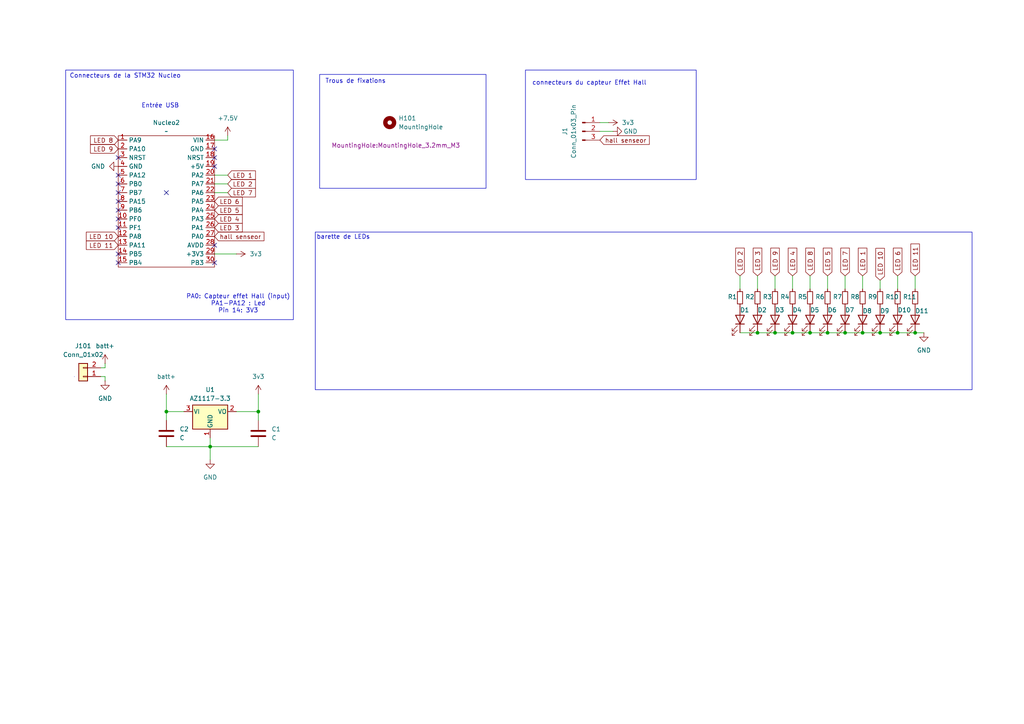
<source format=kicad_sch>
(kicad_sch (version 20250114) (generator "eeschema") (generator_version "9.0")
  (paper "A4")
  (title_block (title "PCB horloge à persistance rétinienne") (date "06/03/2005") (rev "1") (company "ENSEA") (comment 1 "LEPETIT - WOLFF"))
  (lib_symbols
    (symbol "Connector:Conn_01x03_Pin" (pin_names (offset 1.016) (hide yes))
      (property "Reference" "J" (at 0 5.08 0))
      (property "Value" "Conn_01x03_Pin" (at 0 -5.08 0))
      (symbol "Conn_01x03_Pin_1_1"
        (rectangle (start 0.8636 2.667) (end 0 2.413) (stroke (width 0.1524)) (fill (type outline)))
        (rectangle (start 0.8636 0.127) (end 0 -0.127) (stroke (width 0.1524)) (fill (type outline)))
        (rectangle (start 0.8636 -2.413) (end 0 -2.667) (stroke (width 0.1524)) (fill (type outline)))
        (polyline (pts (xy 1.27 2.54) (xy 0.8636 2.54)) (stroke (width 0.1524)))
        (polyline (pts (xy 1.27 0) (xy 0.8636 0)) (stroke (width 0.1524)))
        (polyline (pts (xy 1.27 -2.54) (xy 0.8636 -2.54)) (stroke (width 0.1524)))
        (pin passive line (at 5.08 2.54 180) (length 3.81) (name "Pin_1") (number "1"))
        (pin passive line (at 5.08 0 180) (length 3.81) (name "Pin_2") (number "2"))
        (pin passive line (at 5.08 -2.54 180) (length 3.81) (name "Pin_3") (number "3"))
      )
    )
    (symbol "Connector_Generic:Conn_01x02" (pin_names (offset 1.016) (hide yes))
      (property "Reference" "J" (at 0 2.54 0))
      (property "Value" "Conn_01x02" (at 0 -5.08 0))
      (symbol "Conn_01x02_1_1"
        (rectangle (start -1.27 1.27) (end 1.27 -3.81) (stroke (width 0.254)) (fill (type background)))
        (rectangle (start -1.27 0.127) (end 0 -0.127) (stroke (width 0.1524)))
        (rectangle (start -1.27 -2.413) (end 0 -2.667) (stroke (width 0.1524)))
        (pin passive line (at -5.08 0 0) (length 3.81) (name "Pin_1") (number "1"))
        (pin passive line (at -5.08 -2.54 0) (length 3.81) (name "Pin_2") (number "2"))
      )
    )
    (symbol "Device:C" (pin_numbers (hide yes)) (pin_names (offset 0.254))
      (property "Reference" "C" (at 0.635 2.54 0))
      (property "Value" "C" (at 0.635 -2.54 0))
      (symbol "C_0_1"
        (polyline (pts (xy -2.032 0.762) (xy 2.032 0.762)) (stroke (width 0.508)))
        (polyline (pts (xy -2.032 -0.762) (xy 2.032 -0.762)) (stroke (width 0.508)))
      )
      (symbol "C_1_1"
        (pin passive line (at 0 3.81 270) (length 2.794) (name "~") (number "1"))
        (pin passive line (at 0 -3.81 90) (length 2.794) (name "~") (number "2"))
      )
    )
    (symbol "Device:LED" (pin_numbers (hide yes)) (pin_names (offset 1.016) (hide yes))
      (property "Reference" "D" (at 0 2.54 0))
      (property "Value" "LED" (at 0 -2.54 0))
      (symbol "LED_0_1"
        (polyline (pts (xy -3.048 -0.762) (xy -4.572 -2.286) (xy -3.81 -2.286) (xy -4.572 -2.286) (xy -4.572 -1.524)))
        (polyline (pts (xy -1.778 -0.762) (xy -3.302 -2.286) (xy -2.54 -2.286) (xy -3.302 -2.286) (xy -3.302 -1.524)))
        (polyline (pts (xy -1.27 0) (xy 1.27 0)))
        (polyline (pts (xy -1.27 -1.27) (xy -1.27 1.27)) (stroke (width 0.254)))
        (polyline (pts (xy 1.27 -1.27) (xy 1.27 1.27) (xy -1.27 0) (xy 1.27 -1.27)) (stroke (width 0.254)))
      )
      (symbol "LED_1_1"
        (pin passive line (at -3.81 0 0) (length 2.54) (name "K") (number "1"))
        (pin passive line (at 3.81 0 180) (length 2.54) (name "A") (number "2"))
      )
    )
    (symbol "Device:R_Small" (pin_numbers (hide yes)) (pin_names (offset 0.254) (hide yes))
      (property "Reference" "R" (at 0.762 0.508 0))
      (property "Value" "R_Small" (at 0.762 -1.016 0))
      (symbol "R_Small_0_1"
        (rectangle (start -0.762 1.778) (end 0.762 -1.778) (stroke (width 0.2032)))
      )
      (symbol "R_Small_1_1"
        (pin passive line (at 0 2.54 270) (length 0.762) (name "~") (number "1"))
        (pin passive line (at 0 -2.54 90) (length 0.762) (name "~") (number "2"))
      )
    )
    (symbol "Mechanical:MountingHole" (pin_names (offset 1.016)) (in_bom no)
      (property "Reference" "H" (at 0 5.08 0))
      (property "Value" "MountingHole" (at 0 3.175 0))
      (symbol "MountingHole_0_1"
        (circle (center 0 0) (radius 1.27) (stroke (width 1.27)))
      )
    )
    (symbol "Regulator_Linear:AZ1117-3.3" (pin_names (offset 0.254))
      (property "Reference" "U" (at -3.81 3.175 0))
      (property "Value" "AZ1117-3.3" (at 0 3.175 0))
      (symbol "AZ1117-3.3_0_1"
        (rectangle (start -5.08 1.905) (end 5.08 -5.08) (stroke (width 0.254)) (fill (type background)))
      )
      (symbol "AZ1117-3.3_1_1"
        (pin power_in line (at -7.62 0 0) (length 2.54) (name "VI") (number "3"))
        (pin power_in line (at 0 -7.62 90) (length 2.54) (name "GND") (number "1"))
        (pin power_out line (at 7.62 0 180) (length 2.54) (name "VO") (number "2"))
      )
    )
    (symbol "nucleo_1"
      (property "Reference" "Nucleo2" (at 8.89 15.24 0))
      (property "Value" "~" (at 8.89 12.7 0))
      (symbol "nucleo_1_0_1"
        (rectangle (start -5.08 11.43) (end 22.86 -26.67))
      )
      (symbol "nucleo_1_1_1"
        (pin bidirectional line (at -5.08 10.16 0) (length 2.54) (name "PA9") (number "1"))
        (pin bidirectional line (at -5.08 7.62 0) (length 2.54) (name "PA10") (number "2"))
        (pin bidirectional line (at -5.08 5.08 0) (length 2.54) (name "NRST") (number "3"))
        (pin bidirectional line (at -5.08 2.54 0) (length 2.54) (name "GND") (number "4"))
        (pin bidirectional line (at -5.08 0 0) (length 2.54) (name "PA12") (number "5"))
        (pin bidirectional line (at -5.08 -2.54 0) (length 2.54) (name "PB0") (number "6"))
        (pin bidirectional line (at -5.08 -5.08 0) (length 2.54) (name "PB7") (number "7"))
        (pin bidirectional line (at -5.08 -7.62 0) (length 2.54) (name "PA15") (number "8"))
        (pin bidirectional line (at -5.08 -10.16 0) (length 2.54) (name "PB6") (number "9"))
        (pin bidirectional line (at -5.08 -12.7 0) (length 2.54) (name "PF0") (number "10"))
        (pin bidirectional line (at -5.08 -15.24 0) (length 2.54) (name "PF1") (number "11"))
        (pin bidirectional line (at -5.08 -17.78 0) (length 2.54) (name "PA8") (number "12"))
        (pin bidirectional line (at -5.08 -20.32 0) (length 2.54) (name "PA11") (number "13"))
        (pin bidirectional line (at -5.08 -22.86 0) (length 2.54) (name "PB5") (number "14"))
        (pin bidirectional line (at -5.08 -25.4 0) (length 2.54) (name "PB4") (number "15"))
        (pin bidirectional line (at 22.86 10.16 180) (length 2.54) (name "VIN") (number "16"))
        (pin bidirectional line (at 22.86 7.62 180) (length 2.54) (name "GND") (number "17"))
        (pin bidirectional line (at 22.86 5.08 180) (length 2.54) (name "NRST") (number "18"))
        (pin bidirectional line (at 22.86 2.54 180) (length 2.54) (name "+5V") (number "19"))
        (pin bidirectional line (at 22.86 0 180) (length 2.54) (name "PA2") (number "20"))
        (pin bidirectional line (at 22.86 -2.54 180) (length 2.54) (name "PA7") (number "21"))
        (pin bidirectional line (at 22.86 -5.08 180) (length 2.54) (name "PA6") (number "22"))
        (pin bidirectional line (at 22.86 -7.62 180) (length 2.54) (name "PA5") (number "23"))
        (pin bidirectional line (at 22.86 -10.16 180) (length 2.54) (name "PA4") (number "24"))
        (pin bidirectional line (at 22.86 -12.7 180) (length 2.54) (name "PA3") (number "25"))
        (pin bidirectional line (at 22.86 -15.24 180) (length 2.54) (name "PA1") (number "26"))
        (pin bidirectional line (at 22.86 -17.78 180) (length 2.54) (name "PA0") (number "27"))
        (pin bidirectional line (at 22.86 -20.32 180) (length 2.54) (name "AVDD") (number "28"))
        (pin bidirectional line (at 22.86 -22.86 180) (length 2.54) (name "+3V3") (number "29"))
        (pin bidirectional line (at 22.86 -25.4 180) (length 2.54) (name "PB3") (number "30"))
      )
    )
    (symbol "power:+7.5V" (power) (pin_numbers (hide yes)) (pin_names (offset 0) (hide yes))
      (property "Value" "+7.5V" (at 0 3.556 0))
      (symbol "+7.5V_0_1"
        (polyline (pts (xy -0.762 1.27) (xy 0 2.54)))
        (polyline (pts (xy 0 2.54) (xy 0.762 1.27)))
        (polyline (pts (xy 0 0) (xy 0 2.54)))
      )
      (symbol "+7.5V_1_1"
        (pin power_in line (at 0 0 90) (length 0) (name "~") (number "1"))
      )
    )
    (symbol "power:GND" (power) (pin_numbers (hide yes)) (pin_names (offset 0) (hide yes))
      (property "Value" "GND" (at 0 -3.81 0))
      (symbol "GND_0_1"
        (polyline (pts (xy 0 0) (xy 0 -1.27) (xy 1.27 -1.27) (xy 0 -2.54) (xy -1.27 -1.27) (xy 0 -1.27)))
      )
      (symbol "GND_1_1"
        (pin power_in line (at 0 0 270) (length 0) (name "~") (number "1"))
      )
    )
  )
  (rectangle (start 152.4 20.32) (end 201.93 52.07))
  (rectangle (start 34.29 53.34) (end 34.29 53.34))
  (rectangle (start 19.05 20.32) (end 85.09 92.71))
  (rectangle (start 91.44 67.31) (end 281.94 113.03))
  (rectangle (start 21.59 109.22) (end 21.59 109.22))
  (rectangle (start 92.71 21.59) (end 140.97 54.61))
  (text "barette de LEDs" (at 99.568 68.834 0) (effects (font (size 1.27 1.27))))
  (text "connecteurs du capteur Effet Hall\n" (at 170.942 24.13 0) (effects (font (size 1.27 1.27))))
  (text "Entrée USB" (at 46.482 30.734 0) (effects (font (size 1.27 1.27))))
  (text "PA0: Capteur effet Hall (input)\nPA1-PA12 : Led\nPin 14: 3V3" (at 69.088 88.138 0) (effects (font (size 1.27 1.27))))
  (text "Trous de fixations\n\n" (at 103.124 24.638 0) (effects (font (size 1.27 1.27))))
  (text "Connecteurs de la STM32 Nucleo" (at 36.322 22.098 0) (effects (font (size 1.27 1.27))))
  (junction (at 234.95 96.52))
  (junction (at 250.19 96.52))
  (junction (at 265.43 96.52))
  (junction (at 219.71 96.52))
  (junction (at 60.96 129.54))
  (junction (at 48.26 119.38))
  (junction (at 224.79 96.52))
  (junction (at 240.03 96.52))
  (junction (at 245.11 96.52))
  (junction (at 255.27 96.52))
  (junction (at 229.87 96.52))
  (junction (at 260.35 96.52))
  (junction (at 74.93 119.38))
  (no_connect (at 34.29 55.88))
  (no_connect (at 34.29 50.8))
  (no_connect (at 48.26 55.88))
  (no_connect (at 62.23 43.18))
  (no_connect (at 62.23 71.12))
  (no_connect (at 34.29 63.5))
  (no_connect (at 62.23 76.2))
  (no_connect (at 62.23 45.72))
  (no_connect (at 34.29 66.04))
  (no_connect (at 34.29 53.34))
  (no_connect (at 62.23 48.26))
  (no_connect (at 34.29 45.72))
  (no_connect (at 34.29 73.66))
  (no_connect (at 34.29 60.96))
  (no_connect (at 34.29 58.42))
  (no_connect (at 34.29 76.2))
  (wire (pts (xy 245.11 96.52) (xy 250.19 96.52)))
  (wire (pts (xy 260.35 80.01) (xy 260.35 83.82)))
  (wire (pts (xy 219.71 96.52) (xy 224.79 96.52)))
  (wire (pts (xy 66.04 40.64) (xy 66.04 39.37)))
  (wire (pts (xy 245.11 80.01) (xy 245.11 83.82)))
  (wire (pts (xy 74.93 114.3) (xy 74.93 119.38)))
  (wire (pts (xy 229.87 80.01) (xy 229.87 83.82)))
  (wire (pts (xy 60.96 127) (xy 60.96 129.54)))
  (wire (pts (xy 173.99 35.56) (xy 176.53 35.56)))
  (wire (pts (xy 234.95 80.01) (xy 234.95 83.82)))
  (wire (pts (xy 224.79 96.52) (xy 229.87 96.52)))
  (wire (pts (xy 260.35 96.52) (xy 265.43 96.52)))
  (wire (pts (xy 240.03 80.01) (xy 240.03 83.82)))
  (wire (pts (xy 68.58 119.38) (xy 74.93 119.38)))
  (wire (pts (xy 234.95 96.52) (xy 240.03 96.52)))
  (wire (pts (xy 214.63 80.01) (xy 214.63 83.82)))
  (wire (pts (xy 66.04 53.34) (xy 62.23 53.34)))
  (wire (pts (xy 66.04 55.88) (xy 62.23 55.88)))
  (wire (pts (xy 30.48 110.49) (xy 30.48 109.22)))
  (wire (pts (xy 173.99 38.1) (xy 177.8 38.1)))
  (wire (pts (xy 219.71 80.01) (xy 219.71 83.82)))
  (wire (pts (xy 265.43 96.52) (xy 267.97 96.52)))
  (wire (pts (xy 29.21 106.68) (xy 30.48 106.68)))
  (wire (pts (xy 250.19 80.01) (xy 250.19 83.82)))
  (wire (pts (xy 30.48 109.22) (xy 29.21 109.22)))
  (wire (pts (xy 66.04 50.8) (xy 62.23 50.8)))
  (wire (pts (xy 48.26 119.38) (xy 48.26 121.92)))
  (wire (pts (xy 48.26 114.3) (xy 48.26 119.38)))
  (wire (pts (xy 74.93 119.38) (xy 74.93 121.92)))
  (wire (pts (xy 255.27 81.28) (xy 255.27 83.82)))
  (wire (pts (xy 30.48 106.68) (xy 30.48 105.41)))
  (wire (pts (xy 255.27 96.52) (xy 260.35 96.52)))
  (wire (pts (xy 240.03 96.52) (xy 245.11 96.52)))
  (wire (pts (xy 265.43 80.01) (xy 265.43 83.82)))
  (wire (pts (xy 53.34 119.38) (xy 48.26 119.38)))
  (wire (pts (xy 224.79 80.01) (xy 224.79 83.82)))
  (wire (pts (xy 214.63 96.52) (xy 219.71 96.52)))
  (wire (pts (xy 48.26 129.54) (xy 60.96 129.54)))
  (wire (pts (xy 250.19 96.52) (xy 255.27 96.52)))
  (wire (pts (xy 62.23 40.64) (xy 66.04 40.64)))
  (wire (pts (xy 60.96 129.54) (xy 60.96 133.35)))
  (wire (pts (xy 68.58 73.66) (xy 62.23 73.66)))
  (wire (pts (xy 229.87 96.52) (xy 234.95 96.52)))
  (wire (pts (xy 60.96 129.54) (xy 74.93 129.54)))
  (global_label "LED 9" (shape input) (at 224.79 80.01 90) (property "Intersheetrefs" "${INTERSHEET_REFS}" (effects (hide yes))))
  (global_label "LED 6" (shape input) (at 62.23 58.42 0) (property "Intersheetrefs" "${INTERSHEET_REFS}" (effects (hide yes))))
  (global_label "LED 7" (shape input) (at 66.04 55.88 0) (property "Intersheetrefs" "${INTERSHEET_REFS}" (effects (hide yes))))
  (global_label "LED 9" (shape input) (at 34.29 43.18 180) (property "Intersheetrefs" "${INTERSHEET_REFS}" (effects (hide yes))))
  (global_label "LED 2" (shape input) (at 214.63 80.01 90) (property "Intersheetrefs" "${INTERSHEET_REFS}" (effects (hide yes))))
  (global_label "LED 4" (shape input) (at 62.23 63.5 0) (property "Intersheetrefs" "${INTERSHEET_REFS}" (effects (hide yes))))
  (global_label "LED 8" (shape input) (at 34.29 40.64 180) (property "Intersheetrefs" "${INTERSHEET_REFS}" (effects (hide yes))))
  (global_label "LED 8" (shape input) (at 234.95 80.01 90) (property "Intersheetrefs" "${INTERSHEET_REFS}" (effects (hide yes))))
  (global_label "LED 1" (shape input) (at 250.19 80.01 90) (property "Intersheetrefs" "${INTERSHEET_REFS}" (effects (hide yes))))
  (global_label "LED 10" (shape input) (at 34.29 68.58 180) (property "Intersheetrefs" "${INTERSHEET_REFS}" (effects (hide yes))))
  (global_label "LED 1" (shape input) (at 66.04 50.8 0) (property "Intersheetrefs" "${INTERSHEET_REFS}" (effects (hide yes))))
  (global_label "LED 11" (shape input) (at 34.29 71.12 180) (property "Intersheetrefs" "${INTERSHEET_REFS}" (effects (hide yes))))
  (global_label "LED 10" (shape input) (at 255.27 81.28 90) (property "Intersheetrefs" "${INTERSHEET_REFS}" (effects (hide yes))))
  (global_label "LED 5" (shape input) (at 62.23 60.96 0) (property "Intersheetrefs" "${INTERSHEET_REFS}" (effects (hide yes))))
  (global_label "LED 7" (shape input) (at 245.11 80.01 90) (property "Intersheetrefs" "${INTERSHEET_REFS}" (effects (hide yes))))
  (global_label "LED 2" (shape input) (at 66.04 53.34 0) (property "Intersheetrefs" "${INTERSHEET_REFS}" (effects (hide yes))))
  (global_label "LED 6" (shape input) (at 260.35 80.01 90) (property "Intersheetrefs" "${INTERSHEET_REFS}" (effects (hide yes))))
  (global_label "LED 3" (shape input) (at 62.23 66.04 0) (property "Intersheetrefs" "${INTERSHEET_REFS}" (effects (hide yes))))
  (global_label "LED 3" (shape input) (at 219.71 80.01 90) (property "Intersheetrefs" "${INTERSHEET_REFS}" (effects (hide yes))))
  (global_label "LED 11" (shape input) (at 265.43 80.01 90) (property "Intersheetrefs" "${INTERSHEET_REFS}" (effects (hide yes))))
  (global_label "LED 4" (shape input) (at 229.87 80.01 90) (property "Intersheetrefs" "${INTERSHEET_REFS}" (effects (hide yes))))
  (global_label "hall senseor" (shape input) (at 62.23 68.58 0) (property "Intersheetrefs" "${INTERSHEET_REFS}" (effects (hide yes))))
  (global_label "LED 5" (shape input) (at 240.03 80.01 90) (property "Intersheetrefs" "${INTERSHEET_REFS}" (effects (hide yes))))
  (global_label "hall senseor" (shape input) (at 173.99 40.64 0) (property "Intersheetrefs" "${INTERSHEET_REFS}" (effects (hide yes))))
  (symbol (lib_id "Device:R_Small") (at 260.35 86.36 0) (unit 1)
    (property "Reference" "R10" (at 256.794 86.106 0) (effects (justify left)))
    (property "Value" "220" (effects (hide yes)))
    (property "Footprint" "Resistor_SMD:R_0805_2012Metric_Pad1.20x1.40mm_HandSolder" (effects (hide yes)))
    (property "Description" "Resistor, small symbol" (effects (hide yes)))
  )
  (symbol (lib_id "power:+7.5V") (at 68.58 73.66 270) (unit 1)
    (property "Reference" "#PWR0107" (effects (hide yes)))
    (property "Value" "3v3" (at 72.39 73.6599 90) (effects (justify left)))
    (property "Description" "Power symbol creates a global label with name \"+7.5V\"" (effects (hide yes)))
  )
  (symbol (lib_id "Device:C") (at 74.93 125.73 0) (unit 1)
    (property "Reference" "C1" (at 78.74 124.4599 0) (effects (justify left)))
    (property "Value" "C" (at 78.74 126.9999 0) (effects (justify left)))
    (property "Footprint" "Capacitor_SMD:C_0603_1608Metric_Pad1.08x0.95mm_HandSolder" (effects (hide yes)))
    (property "Description" "Unpolarized capacitor" (effects (hide yes)))
  )
  (symbol (lib_id "Device:LED") (at 224.79 92.71 270) (mirror x) (unit 1)
    (property "Reference" "D3" (at 224.79 89.916 90) (effects (justify left)))
    (property "Value" "LED" (effects (hide yes)))
    (property "Footprint" "Capacitor_SMD:C_0402_1005Metric_Pad0.74x0.62mm_HandSolder" (effects (hide yes)))
    (property "Description" "Light emitting diode" (effects (hide yes)))
  )
  (symbol (lib_name "nucleo_1") (lib_id "ma_nucleo:nucleo") (at 39.37 50.8 0) (unit 1)
    (property "Reference" "Nucleo2" (at 48.26 35.56 0))
    (property "Value" "~" (at 48.26 38.1 0))
    (property "Footprint" "Module:Arduino_Nano" (effects (hide yes)))
  )
  (symbol (lib_id "Device:LED") (at 214.63 92.71 270) (mirror x) (unit 1)
    (property "Reference" "D1" (at 214.63 89.916 90) (effects (justify left)))
    (property "Value" "LED" (effects (hide yes)))
    (property "Footprint" "Capacitor_SMD:C_0402_1005Metric_Pad0.74x0.62mm_HandSolder" (effects (hide yes)))
    (property "Description" "Light emitting diode" (effects (hide yes)))
  )
  (symbol (lib_id "power:GND") (at 267.97 96.52 0) (unit 1)
    (property "Reference" "#PWR03" (effects (hide yes)))
    (property "Value" "GND" (at 267.97 101.6 0))
    (property "Description" "Power symbol creates a global label with name \"GND\" , ground" (effects (hide yes)))
  )
  (symbol (lib_id "Device:LED") (at 240.03 92.71 270) (mirror x) (unit 1)
    (property "Reference" "D6" (at 240.03 89.916 90) (effects (justify left)))
    (property "Value" "LED" (effects (hide yes)))
    (property "Footprint" "Capacitor_SMD:C_0402_1005Metric_Pad0.74x0.62mm_HandSolder" (effects (hide yes)))
    (property "Description" "Light emitting diode" (effects (hide yes)))
  )
  (symbol (lib_id "Device:R_Small") (at 229.87 86.36 0) (unit 1)
    (property "Reference" "R4" (at 226.314 86.106 0) (effects (justify left)))
    (property "Value" "220" (effects (hide yes)))
    (property "Footprint" "Resistor_SMD:R_0805_2012Metric_Pad1.20x1.40mm_HandSolder" (effects (hide yes)))
    (property "Description" "Resistor, small symbol" (effects (hide yes)))
  )
  (symbol (lib_id "power:+7.5V") (at 176.53 35.56 270) (unit 1)
    (property "Reference" "#PWR0108" (effects (hide yes)))
    (property "Value" "3v3" (at 180.34 35.5599 90) (effects (justify left)))
    (property "Description" "Power symbol creates a global label with name \"+7.5V\"" (effects (hide yes)))
  )
  (symbol (lib_id "Device:R_Small") (at 250.19 86.36 0) (unit 1)
    (property "Reference" "R8" (at 246.634 86.106 0) (effects (justify left)))
    (property "Value" "220" (effects (hide yes)))
    (property "Footprint" "Resistor_SMD:R_0805_2012Metric_Pad1.20x1.40mm_HandSolder" (effects (hide yes)))
    (property "Description" "Resistor, small symbol" (effects (hide yes)))
  )
  (symbol (lib_id "Connector_Generic:Conn_01x02") (at 24.13 109.22 180) (unit 1)
    (property "Reference" "J101" (at 24.13 100.33 0))
    (property "Value" "Conn_01x02" (at 24.13 102.87 0))
    (property "Footprint" "Connector_JST:JST_XH_B2B-XH-AM_1x02_P2.50mm_Vertical" (effects (hide yes)))
    (property "Description" "Generic connector, single row, 01x02, script generated (kicad-library-utils/schlib/autogen/connector/)" (effects (hide yes)))
  )
  (symbol (lib_id "power:GND") (at 30.48 110.49 0) (unit 1)
    (property "Reference" "#PWR0101" (effects (hide yes)))
    (property "Value" "GND" (at 30.48 115.57 0))
    (property "Description" "Power symbol creates a global label with name \"GND\" , ground" (effects (hide yes)))
  )
  (symbol (lib_id "Connector:Conn_01x03_Pin") (at 168.91 38.1 0) (unit 1)
    (property "Reference" "J1" (at 163.83 38.1 90))
    (property "Value" "Conn_01x03_Pin" (at 166.37 38.1 90))
    (property "Footprint" "Connector_PinHeader_2.54mm:PinHeader_1x03_P2.54mm_Vertical" (effects (hide yes)))
    (property "Description" "Generic connector, single row, 01x03, script generated" (effects (hide yes)))
  )
  (symbol (lib_id "power:GND") (at 34.29 48.26 270) (unit 1)
    (property "Reference" "#PWR02" (effects (hide yes)))
    (property "Value" "GND" (at 30.48 48.2599 90) (effects (justify right)))
    (property "Description" "Power symbol creates a global label with name \"GND\" , ground" (effects (hide yes)))
  )
  (symbol (lib_id "Device:R_Small") (at 240.03 86.36 0) (unit 1)
    (property "Reference" "R6" (at 236.474 86.106 0) (effects (justify left)))
    (property "Value" "220" (effects (hide yes)))
    (property "Footprint" "Resistor_SMD:R_0805_2012Metric_Pad1.20x1.40mm_HandSolder" (effects (hide yes)))
    (property "Description" "Resistor, small symbol" (effects (hide yes)))
  )
  (symbol (lib_id "power:+7.5V") (at 48.26 114.3 0) (unit 1)
    (property "Reference" "#PWR0104" (effects (hide yes)))
    (property "Value" "batt+" (at 48.26 109.22 0))
    (property "Description" "Power symbol creates a global label with name \"+7.5V\"" (effects (hide yes)))
  )
  (symbol (lib_id "power:+7.5V") (at 74.93 114.3 0) (unit 1)
    (property "Reference" "#PWR0105" (effects (hide yes)))
    (property "Value" "3v3" (at 74.93 109.22 0))
    (property "Description" "Power symbol creates a global label with name \"+7.5V\"" (effects (hide yes)))
  )
  (symbol (lib_id "Regulator_Linear:AZ1117-3.3") (at 60.96 119.38 0) (unit 1)
    (property "Reference" "U1" (at 60.96 113.03 0))
    (property "Value" "AZ1117-3.3" (at 60.96 115.57 0))
    (property "Footprint" "Package_TO_SOT_SMD:SOT-223-3_TabPin2" (effects (hide yes)))
    (property "Datasheet" "https://www.diodes.com/assets/Datasheets/AZ1117.pdf" (effects (hide yes)))
    (property "Description" "1A 20V Fixed LDO Linear Regulator, 3.3V, SOT-89/SOT-223/TO-220/TO-252/TO-263" (effects (hide yes)))
  )
  (symbol (lib_id "Mechanical:MountingHole") (at 113.03 35.56 0) (unit 1) (in_bom no)
    (property "Reference" "H101" (at 115.57 34.2899 0) (effects (justify left)))
    (property "Value" "MountingHole" (at 115.57 36.8299 0) (effects (justify left)))
    (property "Footprint" "MountingHole:MountingHole_3.2mm_M3" (at 114.808 42.164 0))
    (property "Description" "Mounting Hole without connection" (effects (hide yes)))
  )
  (symbol (lib_id "Device:C") (at 48.26 125.73 0) (unit 1)
    (property "Reference" "C2" (at 52.07 124.4599 0) (effects (justify left)))
    (property "Value" "C" (at 52.07 126.9999 0) (effects (justify left)))
    (property "Footprint" "Capacitor_SMD:C_0603_1608Metric_Pad1.08x0.95mm_HandSolder" (effects (hide yes)))
    (property "Description" "Unpolarized capacitor" (effects (hide yes)))
  )
  (symbol (lib_id "Device:R_Small") (at 224.79 86.36 0) (unit 1)
    (property "Reference" "R3" (at 221.234 86.106 0) (effects (justify left)))
    (property "Value" "220" (effects (hide yes)))
    (property "Footprint" "Resistor_SMD:R_0805_2012Metric_Pad1.20x1.40mm_HandSolder" (effects (hide yes)))
    (property "Description" "Resistor, small symbol" (effects (hide yes)))
  )
  (symbol (lib_id "Device:LED") (at 255.27 92.71 270) (mirror x) (unit 1)
    (property "Reference" "D9" (at 255.27 90.17 90) (effects (justify left)))
    (property "Value" "LED" (effects (hide yes)))
    (property "Footprint" "Capacitor_SMD:C_0402_1005Metric_Pad0.74x0.62mm_HandSolder" (effects (hide yes)))
    (property "Description" "Light emitting diode" (effects (hide yes)))
  )
  (symbol (lib_id "Device:R_Small") (at 255.27 86.36 0) (unit 1)
    (property "Reference" "R9" (at 251.714 86.106 0) (effects (justify left)))
    (property "Value" "220" (effects (hide yes)))
    (property "Footprint" "Resistor_SMD:R_0805_2012Metric_Pad1.20x1.40mm_HandSolder" (effects (hide yes)))
    (property "Description" "Resistor, small symbol" (effects (hide yes)))
  )
  (symbol (lib_id "power:+7.5V") (at 66.04 39.37 0) (unit 1)
    (property "Reference" "#PWR0103" (effects (hide yes)))
    (property "Value" "+7.5V" (at 66.04 34.29 0))
    (property "Description" "Power symbol creates a global label with name \"+7.5V\"" (effects (hide yes)))
  )
  (symbol (lib_id "power:GND") (at 60.96 133.35 0) (unit 1)
    (property "Reference" "#PWR0106" (effects (hide yes)))
    (property "Value" "GND" (at 60.96 138.43 0))
    (property "Description" "Power symbol creates a global label with name \"GND\" , ground" (effects (hide yes)))
  )
  (symbol (lib_id "Device:LED") (at 229.87 92.71 270) (mirror x) (unit 1)
    (property "Reference" "D4" (at 229.87 89.916 90) (effects (justify left)))
    (property "Value" "LED" (effects (hide yes)))
    (property "Footprint" "Capacitor_SMD:C_0402_1005Metric_Pad0.74x0.62mm_HandSolder" (effects (hide yes)))
    (property "Description" "Light emitting diode" (effects (hide yes)))
  )
  (symbol (lib_id "Device:LED") (at 250.19 92.71 270) (mirror x) (unit 1)
    (property "Reference" "D8" (at 250.19 90.17 90) (effects (justify left)))
    (property "Value" "LED" (effects (hide yes)))
    (property "Footprint" "Capacitor_SMD:C_0402_1005Metric_Pad0.74x0.62mm_HandSolder" (effects (hide yes)))
    (property "Description" "Light emitting diode" (effects (hide yes)))
  )
  (symbol (lib_id "Device:LED") (at 234.95 92.71 270) (mirror x) (unit 1)
    (property "Reference" "D5" (at 234.95 89.916 90) (effects (justify left)))
    (property "Value" "LED" (effects (hide yes)))
    (property "Footprint" "Capacitor_SMD:C_0402_1005Metric_Pad0.74x0.62mm_HandSolder" (effects (hide yes)))
    (property "Description" "Light emitting diode" (effects (hide yes)))
  )
  (symbol (lib_id "Device:R_Small") (at 245.11 86.36 0) (unit 1)
    (property "Reference" "R7" (at 241.554 86.106 0) (effects (justify left)))
    (property "Value" "220" (effects (hide yes)))
    (property "Footprint" "Resistor_SMD:R_0805_2012Metric_Pad1.20x1.40mm_HandSolder" (effects (hide yes)))
    (property "Description" "Resistor, small symbol" (effects (hide yes)))
  )
  (symbol (lib_id "Device:LED") (at 260.35 92.71 270) (mirror x) (unit 1)
    (property "Reference" "D10" (at 260.35 89.916 90) (effects (justify left)))
    (property "Value" "LED" (effects (hide yes)))
    (property "Footprint" "Capacitor_SMD:C_0402_1005Metric_Pad0.74x0.62mm_HandSolder" (effects (hide yes)))
    (property "Description" "Light emitting diode" (effects (hide yes)))
  )
  (symbol (lib_id "Device:R_Small") (at 219.71 86.36 0) (unit 1)
    (property "Reference" "R2" (at 216.154 86.106 0) (effects (justify left)))
    (property "Value" "220" (effects (hide yes)))
    (property "Footprint" "Resistor_SMD:R_0805_2012Metric_Pad1.20x1.40mm_HandSolder" (effects (hide yes)))
    (property "Description" "Resistor, small symbol" (effects (hide yes)))
  )
  (symbol (lib_id "Device:R_Small") (at 234.95 86.36 0) (unit 1)
    (property "Reference" "R5" (at 231.394 86.106 0) (effects (justify left)))
    (property "Value" "220" (effects (hide yes)))
    (property "Footprint" "Resistor_SMD:R_0805_2012Metric_Pad1.20x1.40mm_HandSolder" (effects (hide yes)))
    (property "Description" "Resistor, small symbol" (effects (hide yes)))
  )
  (symbol (lib_id "power:GND") (at 177.8 38.1 90) (unit 1)
    (property "Reference" "#PWR04" (effects (hide yes)))
    (property "Value" "GND" (at 182.88 38.1 90))
    (property "Description" "Power symbol creates a global label with name \"GND\" , ground" (effects (hide yes)))
  )
  (symbol (lib_id "Device:R_Small") (at 265.43 86.36 0) (unit 1)
    (property "Reference" "R11" (at 261.874 86.106 0) (effects (justify left)))
    (property "Value" "220" (effects (hide yes)))
    (property "Footprint" "Resistor_SMD:R_0805_2012Metric_Pad1.20x1.40mm_HandSolder" (effects (hide yes)))
    (property "Description" "Resistor, small symbol" (effects (hide yes)))
  )
  (symbol (lib_id "power:+7.5V") (at 30.48 105.41 0) (unit 1)
    (property "Reference" "#PWR0102" (effects (hide yes)))
    (property "Value" "batt+" (at 30.48 100.33 0))
    (property "Description" "Power symbol creates a global label with name \"+7.5V\"" (effects (hide yes)))
  )
  (symbol (lib_id "Device:LED") (at 219.71 92.71 270) (mirror x) (unit 1)
    (property "Reference" "D2" (at 219.71 89.916 90) (effects (justify left)))
    (property "Value" "LED" (effects (hide yes)))
    (property "Footprint" "Capacitor_SMD:C_0402_1005Metric_Pad0.74x0.62mm_HandSolder" (effects (hide yes)))
    (property "Description" "Light emitting diode" (effects (hide yes)))
  )
  (symbol (lib_id "Device:R_Small") (at 214.63 86.36 0) (unit 1)
    (property "Reference" "R1" (at 211.074 86.106 0) (effects (justify left)))
    (property "Value" "220" (effects (hide yes)))
    (property "Footprint" "Resistor_SMD:R_0805_2012Metric_Pad1.20x1.40mm_HandSolder" (effects (hide yes)))
    (property "Description" "Resistor, small symbol" (effects (hide yes)))
  )
  (symbol (lib_id "Device:LED") (at 245.11 92.71 270) (mirror x) (unit 1)
    (property "Reference" "D7" (at 245.11 89.916 90) (effects (justify left)))
    (property "Value" "LED" (effects (hide yes)))
    (property "Footprint" "Capacitor_SMD:C_0402_1005Metric_Pad0.74x0.62mm_HandSolder" (effects (hide yes)))
    (property "Description" "Light emitting diode" (effects (hide yes)))
  )
  (symbol (lib_id "Device:LED") (at 265.43 92.71 270) (mirror x) (unit 1)
    (property "Reference" "D11" (at 265.43 90.17 90) (effects (justify left)))
    (property "Value" "LED" (effects (hide yes)))
    (property "Footprint" "Capacitor_SMD:C_0402_1005Metric_Pad0.74x0.62mm_HandSolder" (effects (hide yes)))
    (property "Description" "Light emitting diode" (effects (hide yes)))
  )
)
</source>
